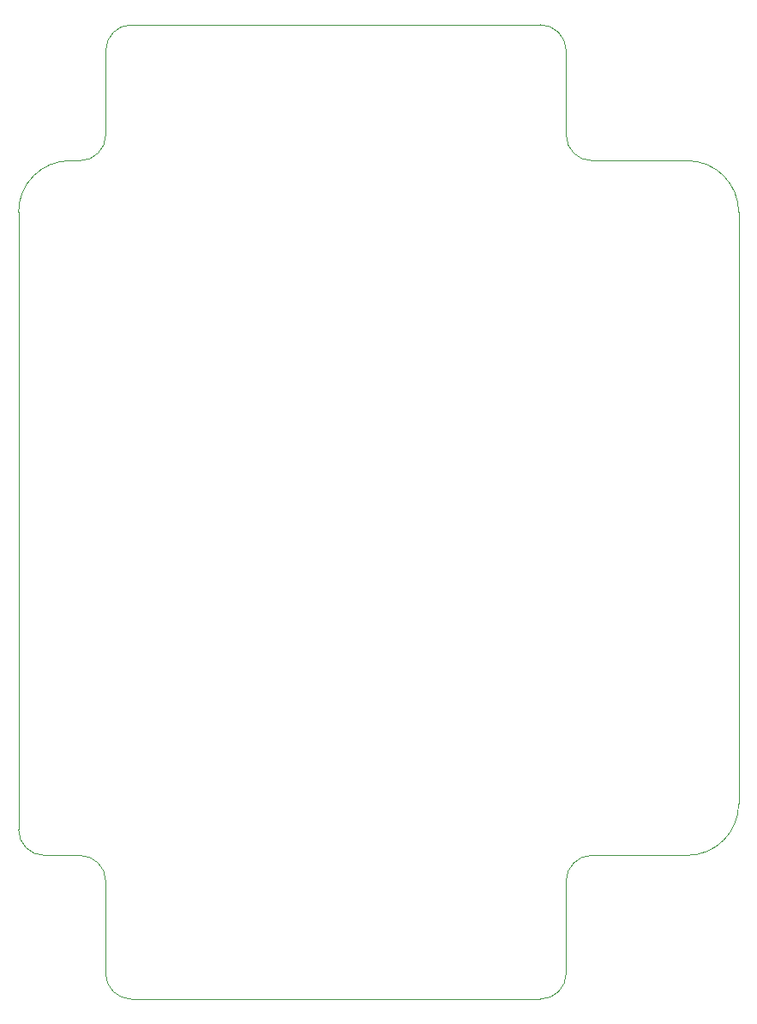
<source format=gbr>
%TF.GenerationSoftware,KiCad,Pcbnew,7.0.9*%
%TF.CreationDate,2024-03-10T01:22:23+00:00*%
%TF.ProjectId,ATF15xxProgBoard,41544631-3578-4785-9072-6f67426f6172,rev?*%
%TF.SameCoordinates,Original*%
%TF.FileFunction,Profile,NP*%
%FSLAX46Y46*%
G04 Gerber Fmt 4.6, Leading zero omitted, Abs format (unit mm)*
G04 Created by KiCad (PCBNEW 7.0.9) date 2024-03-10 01:22:23*
%MOMM*%
%LPD*%
G01*
G04 APERTURE LIST*
%TA.AperFunction,Profile*%
%ADD10C,0.100000*%
%TD*%
G04 APERTURE END LIST*
D10*
X115286051Y-143733949D02*
X155683948Y-143733949D01*
X112750000Y-132086051D02*
X112750000Y-141193949D01*
X106680000Y-129540000D02*
X110210000Y-129540000D01*
X160760000Y-129546051D02*
X170180000Y-129546051D01*
X158220000Y-132086051D02*
X158220000Y-141193948D01*
X155683948Y-143733948D02*
G75*
G03*
X158223948Y-141193948I2J2539998D01*
G01*
X112746051Y-141193949D02*
G75*
G03*
X115286051Y-143733949I2540001J1D01*
G01*
X160760000Y-129546051D02*
G75*
G03*
X158220000Y-132086051I-1J-2539999D01*
G01*
X112750000Y-132086051D02*
G75*
G03*
X110210000Y-129546051I-2540001J-1D01*
G01*
X109220000Y-60960000D02*
X110210000Y-60960000D01*
X160760000Y-60960000D02*
X170180000Y-60960000D01*
X158213949Y-50086051D02*
X158213949Y-58420000D01*
X158220000Y-58420000D02*
G75*
G03*
X160760000Y-60960000I2540001J1D01*
G01*
X115296051Y-47546051D02*
X155673949Y-47546051D01*
X158213949Y-50086051D02*
G75*
G03*
X155673949Y-47546051I-2540001J-1D01*
G01*
X112756051Y-50086051D02*
X112756051Y-58420000D01*
X115296051Y-47546051D02*
G75*
G03*
X112756051Y-50086051I0J-2540000D01*
G01*
X110210000Y-60960000D02*
G75*
G03*
X112750000Y-58420000I0J2540000D01*
G01*
X175260000Y-66040000D02*
X175260000Y-124460000D01*
X170180000Y-129540000D02*
G75*
G03*
X175260000Y-124460000I0J5080000D01*
G01*
X175260000Y-66040000D02*
G75*
G03*
X170180000Y-60960000I-5080000J0D01*
G01*
X109220000Y-60960000D02*
G75*
G03*
X104140000Y-66040000I0J-5080000D01*
G01*
X104140000Y-127000000D02*
G75*
G03*
X106680000Y-129540000I2540000J0D01*
G01*
X104140000Y-127000000D02*
X104140000Y-66040000D01*
M02*

</source>
